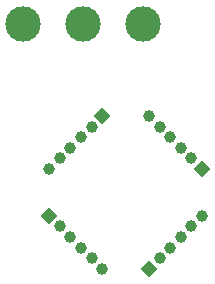
<source format=gbr>
%TF.GenerationSoftware,KiCad,Pcbnew,(6.0.5)*%
%TF.CreationDate,2022-07-14T17:11:25-07:00*%
%TF.ProjectId,PCBbuscard,50434262-7573-4636-9172-642e6b696361,rev?*%
%TF.SameCoordinates,Original*%
%TF.FileFunction,Soldermask,Bot*%
%TF.FilePolarity,Negative*%
%FSLAX46Y46*%
G04 Gerber Fmt 4.6, Leading zero omitted, Abs format (unit mm)*
G04 Created by KiCad (PCBNEW (6.0.5)) date 2022-07-14 17:11:25*
%MOMM*%
%LPD*%
G01*
G04 APERTURE LIST*
G04 Aperture macros list*
%AMHorizOval*
0 Thick line with rounded ends*
0 $1 width*
0 $2 $3 position (X,Y) of the first rounded end (center of the circle)*
0 $4 $5 position (X,Y) of the second rounded end (center of the circle)*
0 Add line between two ends*
20,1,$1,$2,$3,$4,$5,0*
0 Add two circle primitives to create the rounded ends*
1,1,$1,$2,$3*
1,1,$1,$4,$5*%
%AMRotRect*
0 Rectangle, with rotation*
0 The origin of the aperture is its center*
0 $1 length*
0 $2 width*
0 $3 Rotation angle, in degrees counterclockwise*
0 Add horizontal line*
21,1,$1,$2,0,0,$3*%
G04 Aperture macros list end*
%ADD10C,3.000000*%
%ADD11RotRect,1.000000X1.000000X45.000000*%
%ADD12HorizOval,1.000000X0.000000X0.000000X0.000000X0.000000X0*%
%ADD13RotRect,1.000000X1.000000X315.000000*%
%ADD14HorizOval,1.000000X0.000000X0.000000X0.000000X0.000000X0*%
%ADD15RotRect,1.000000X1.000000X135.000000*%
%ADD16HorizOval,1.000000X0.000000X0.000000X0.000000X0.000000X0*%
%ADD17RotRect,1.000000X1.000000X225.000000*%
%ADD18HorizOval,1.000000X0.000000X0.000000X0.000000X0.000000X0*%
G04 APERTURE END LIST*
D10*
%TO.C,TP1*%
X171380000Y-78750000D03*
%TD*%
%TO.C,TP2*%
X166300000Y-78750000D03*
%TD*%
%TO.C,TP3*%
X176460000Y-78750000D03*
%TD*%
D11*
%TO.C,J15*%
X168529973Y-94979899D03*
D12*
X169427999Y-95877925D03*
X170326024Y-96775950D03*
X171224050Y-97673976D03*
X172122075Y-98572001D03*
X173020101Y-99470027D03*
%TD*%
D13*
%TO.C,J18*%
X173020101Y-86529973D03*
D14*
X172122075Y-87427999D03*
X171224050Y-88326024D03*
X170326024Y-89224050D03*
X169427999Y-90122075D03*
X168529973Y-91020101D03*
%TD*%
D15*
%TO.C,J7*%
X176979900Y-99470028D03*
D16*
X177877926Y-98572002D03*
X178775951Y-97673977D03*
X179673977Y-96775951D03*
X180572002Y-95877926D03*
X181470028Y-94979900D03*
%TD*%
D17*
%TO.C,J14*%
X181470028Y-91020102D03*
D18*
X180572002Y-90122076D03*
X179673977Y-89224051D03*
X178775951Y-88326025D03*
X177877926Y-87428000D03*
X176979900Y-86529974D03*
%TD*%
M02*

</source>
